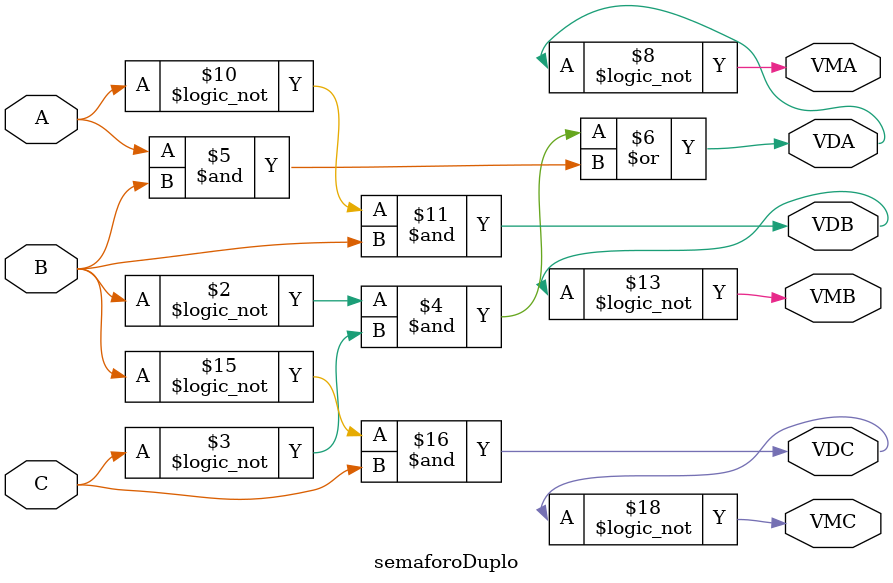
<source format=sv>
module semaforoDuplo(input logic A, B, C,
                     output logic VDA, VMA, VDB, VMB, VDC, VMC);
    always_comb VDA <= (!B & !C) | (A & B);
    always_comb VMA <= !VDA;
    always_comb VDB <= !A & B;
    always_comb VMB <= !VDB;
    always_comb VDC <= !B & C;
    always_comb VMC <= !VDC;
endmodule
</source>
